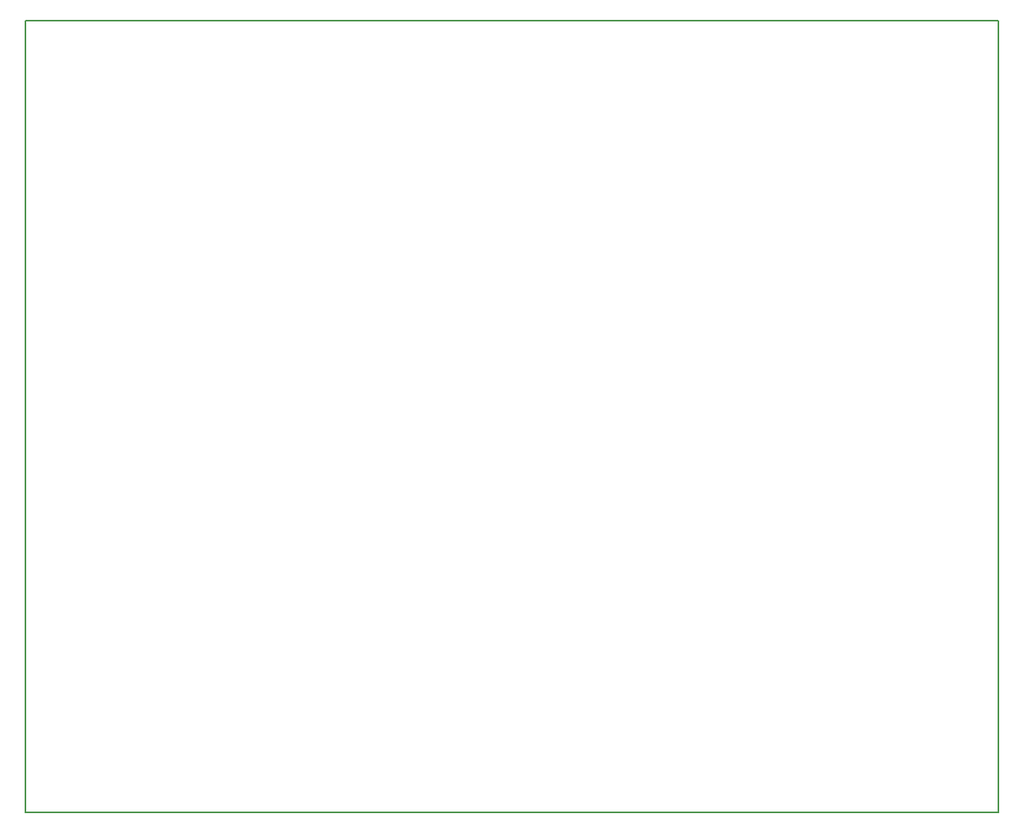
<source format=gbr>
%TF.GenerationSoftware,KiCad,Pcbnew,7.0.7*%
%TF.CreationDate,2023-09-11T10:40:40+02:00*%
%TF.ProjectId,Nano_vfo,4e616e6f-5f76-4666-9f2e-6b696361645f,rev?*%
%TF.SameCoordinates,Original*%
%TF.FileFunction,Other,User*%
%FSLAX46Y46*%
G04 Gerber Fmt 4.6, Leading zero omitted, Abs format (unit mm)*
G04 Created by KiCad (PCBNEW 7.0.7) date 2023-09-11 10:40:40*
%MOMM*%
%LPD*%
G01*
G04 APERTURE LIST*
%ADD10C,0.150000*%
G04 APERTURE END LIST*
D10*
X122936000Y-28575000D02*
X226695000Y-28575000D01*
X226695000Y-113030000D01*
X122936000Y-113030000D01*
X122936000Y-28575000D01*
M02*

</source>
